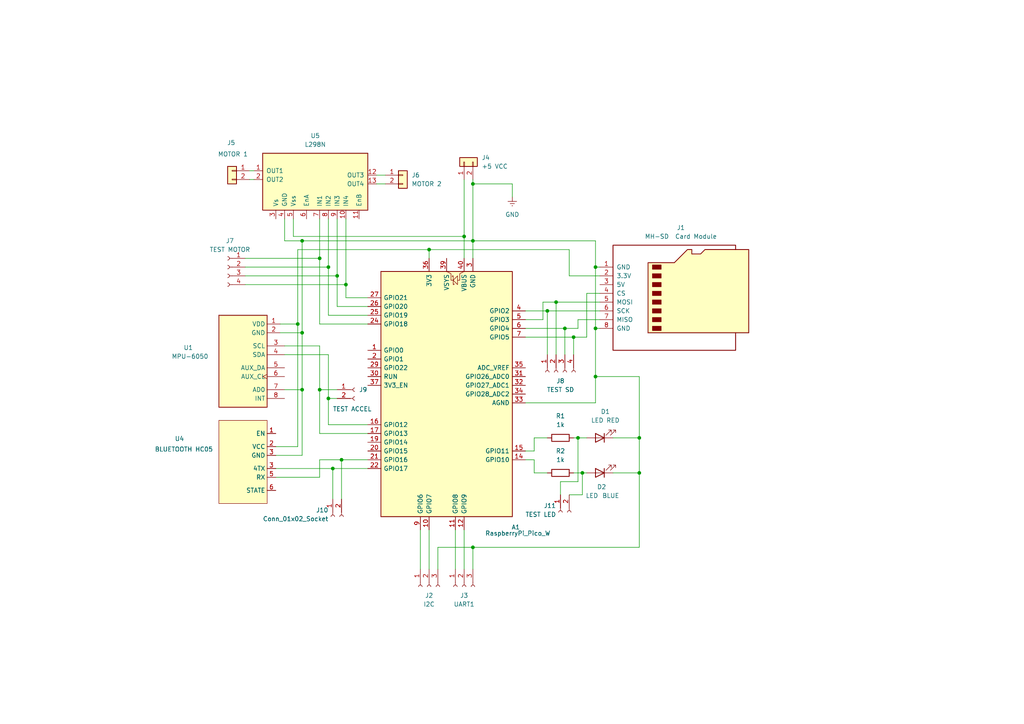
<source format=kicad_sch>
(kicad_sch (version 20250114) (generator "eeschema") (generator_version "9.0")
  (paper "A4")
  (lib_symbols
    (symbol "Connector:Conn_01x02_Socket" (pin_names (offset 1.016) (hide yes))
      (property "Reference" "J" (at 0 2.54 0))
      (property "Value" "Conn_01x02_Socket" (at 0 -5.08 0))
      (symbol "Conn_01x02_Socket_1_1"
        (polyline (pts (xy -1.27 0) (xy -0.508 0)) (stroke (width 0.1524)))
        (polyline (pts (xy -1.27 -2.54) (xy -0.508 -2.54)) (stroke (width 0.1524)))
        (arc (start 0 -0.508) (mid -0.5058 0) (end 0 0.508) (stroke (width 0.1524)))
        (arc (start 0 -3.048) (mid -0.5058 -2.54) (end 0 -2.032) (stroke (width 0.1524)))
        (pin passive line (at -5.08 0 0) (length 3.81) (name "Pin_1") (number "1"))
        (pin passive line (at -5.08 -2.54 0) (length 3.81) (name "Pin_2") (number "2"))
      )
    )
    (symbol "Connector:Conn_01x03_Socket" (pin_names (offset 1.016) (hide yes))
      (property "Reference" "J" (at 0 5.08 0))
      (property "Value" "Conn_01x03_Socket" (at 0 -5.08 0))
      (symbol "Conn_01x03_Socket_1_1"
        (polyline (pts (xy -1.27 2.54) (xy -0.508 2.54)) (stroke (width 0.1524)))
        (polyline (pts (xy -1.27 0) (xy -0.508 0)) (stroke (width 0.1524)))
        (polyline (pts (xy -1.27 -2.54) (xy -0.508 -2.54)) (stroke (width 0.1524)))
        (arc (start 0 2.032) (mid -0.5058 2.54) (end 0 3.048) (stroke (width 0.1524)))
        (arc (start 0 -0.508) (mid -0.5058 0) (end 0 0.508) (stroke (width 0.1524)))
        (arc (start 0 -3.048) (mid -0.5058 -2.54) (end 0 -2.032) (stroke (width 0.1524)))
        (pin passive line (at -5.08 2.54 0) (length 3.81) (name "Pin_1") (number "1"))
        (pin passive line (at -5.08 0 0) (length 3.81) (name "Pin_2") (number "2"))
        (pin passive line (at -5.08 -2.54 0) (length 3.81) (name "Pin_3") (number "3"))
      )
    )
    (symbol "Connector:Conn_01x04_Socket" (pin_names (offset 1.016) (hide yes))
      (property "Reference" "J" (at 0 5.08 0))
      (property "Value" "Conn_01x04_Socket" (at 0 -7.62 0))
      (symbol "Conn_01x04_Socket_1_1"
        (polyline (pts (xy -1.27 2.54) (xy -0.508 2.54)) (stroke (width 0.1524)))
        (polyline (pts (xy -1.27 0) (xy -0.508 0)) (stroke (width 0.1524)))
        (polyline (pts (xy -1.27 -2.54) (xy -0.508 -2.54)) (stroke (width 0.1524)))
        (polyline (pts (xy -1.27 -5.08) (xy -0.508 -5.08)) (stroke (width 0.1524)))
        (arc (start 0 2.032) (mid -0.5058 2.54) (end 0 3.048) (stroke (width 0.1524)))
        (arc (start 0 -0.508) (mid -0.5058 0) (end 0 0.508) (stroke (width 0.1524)))
        (arc (start 0 -3.048) (mid -0.5058 -2.54) (end 0 -2.032) (stroke (width 0.1524)))
        (arc (start 0 -5.588) (mid -0.5058 -5.08) (end 0 -4.572) (stroke (width 0.1524)))
        (pin passive line (at -5.08 2.54 0) (length 3.81) (name "Pin_1") (number "1"))
        (pin passive line (at -5.08 0 0) (length 3.81) (name "Pin_2") (number "2"))
        (pin passive line (at -5.08 -2.54 0) (length 3.81) (name "Pin_3") (number "3"))
        (pin passive line (at -5.08 -5.08 0) (length 3.81) (name "Pin_4") (number "4"))
      )
    )
    (symbol "Connector:Micro_SD_Card" (pin_names (offset 1.016))
      (property "Reference" "J1" (at 0.635 19.05 0))
      (property "Value" "MH-SD  Card Module" (at 0.635 16.51 0))
      (symbol "Micro_SD_Card_0_1"
        (polyline (pts (xy -8.89 -11.43) (xy -8.89 8.89) (xy -1.27 8.89) (xy 2.54 12.7) (xy 3.81 12.7) (xy 3.81 11.43) (xy 6.35 11.43) (xy 7.62 12.7) (xy 20.32 12.7) (xy 20.32 -11.43) (xy -8.89 -11.43)) (stroke (width 0.254)) (fill (type background)))
        (rectangle (start -7.62 8.255) (end -5.08 6.985) (fill (type outline)))
        (rectangle (start -7.62 5.715) (end -5.08 4.445) (fill (type outline)))
        (rectangle (start -7.62 3.175) (end -5.08 1.905) (fill (type outline)))
        (rectangle (start -7.62 0.635) (end -5.08 -0.635) (fill (type outline)))
        (rectangle (start -7.62 -1.905) (end -5.08 -3.175) (fill (type outline)))
        (rectangle (start -7.62 -4.445) (end -5.08 -5.715) (fill (type outline)))
        (rectangle (start -7.62 -6.985) (end -5.08 -8.255) (fill (type outline)))
        (rectangle (start -7.62 -9.525) (end -5.08 -10.795) (fill (type outline)))
        (polyline (pts (xy 16.51 12.7) (xy 16.51 13.97) (xy -19.05 13.97) (xy -19.05 -16.51) (xy 16.51 -16.51) (xy 16.51 -11.43)) (stroke (width 0.254)))
      )
      (symbol "Micro_SD_Card_1_1"
        (pin bidirectional line (at -22.86 7.62 0) (length 3.81) (name "GND") (number "1"))
        (pin bidirectional line (at -22.86 5.08 0) (length 3.81) (name "3.3V") (number "2"))
        (pin input line (at -22.86 2.54 0) (length 3.81) (name "5V") (number "3"))
        (pin power_in line (at -22.86 0 0) (length 3.81) (name "CS") (number "4"))
        (pin input line (at -22.86 -2.54 0) (length 3.81) (name "MOSI") (number "5"))
        (pin power_in line (at -22.86 -5.08 0) (length 3.81) (name "SCK") (number "6"))
        (pin bidirectional line (at -22.86 -7.62 0) (length 3.81) (name "MISO") (number "7"))
        (pin bidirectional line (at -22.86 -10.16 0) (length 3.81) (name "GND") (number "8"))
      )
    )
    (symbol "Connector_Generic:Conn_01x02" (pin_names (offset 1.016) (hide yes))
      (property "Reference" "J" (at 0 2.54 0))
      (property "Value" "Conn_01x02" (at 0 -5.08 0))
      (symbol "Conn_01x02_1_1"
        (rectangle (start -1.27 1.27) (end 1.27 -3.81) (stroke (width 0.254)) (fill (type background)))
        (rectangle (start -1.27 0.127) (end 0 -0.127) (stroke (width 0.1524)))
        (rectangle (start -1.27 -2.413) (end 0 -2.667) (stroke (width 0.1524)))
        (pin passive line (at -5.08 0 0) (length 3.81) (name "Pin_1") (number "1"))
        (pin passive line (at -5.08 -2.54 0) (length 3.81) (name "Pin_2") (number "2"))
      )
    )
    (symbol "Device:LED" (pin_numbers (hide yes)) (pin_names (offset 1.016) (hide yes))
      (property "Reference" "D" (at 0 2.54 0))
      (property "Value" "LED" (at 0 -2.54 0))
      (symbol "LED_0_1"
        (polyline (pts (xy -3.048 -0.762) (xy -4.572 -2.286) (xy -3.81 -2.286) (xy -4.572 -2.286) (xy -4.572 -1.524)))
        (polyline (pts (xy -1.778 -0.762) (xy -3.302 -2.286) (xy -2.54 -2.286) (xy -3.302 -2.286) (xy -3.302 -1.524)))
        (polyline (pts (xy -1.27 0) (xy 1.27 0)))
        (polyline (pts (xy -1.27 -1.27) (xy -1.27 1.27)) (stroke (width 0.254)))
        (polyline (pts (xy 1.27 -1.27) (xy 1.27 1.27) (xy -1.27 0) (xy 1.27 -1.27)) (stroke (width 0.254)))
      )
      (symbol "LED_1_1"
        (pin passive line (at -3.81 0 0) (length 2.54) (name "K") (number "1"))
        (pin passive line (at 3.81 0 180) (length 2.54) (name "A") (number "2"))
      )
    )
    (symbol "Device:R" (pin_numbers (hide yes)) (pin_names (offset 0))
      (property "Reference" "R" (at 2.032 0 90))
      (property "Value" "R" (at 0 0 90))
      (symbol "R_0_1"
        (rectangle (start -1.016 -2.54) (end 1.016 2.54) (stroke (width 0.254)))
      )
      (symbol "R_1_1"
        (pin passive line (at 0 3.81 270) (length 1.27) (name "~") (number "1"))
        (pin passive line (at 0 -3.81 90) (length 1.27) (name "~") (number "2"))
      )
    )
    (symbol "Driver_Motor:L298N" (pin_names (offset 1.016))
      (property "Reference" "U5" (at 0 6.35 0))
      (property "Value" "L298N" (at 0 3.81 0))
      (symbol "L298N_0_1"
        (rectangle (start -15.24 1.27) (end 15.24 -15.24) (stroke (width 0.254)) (fill (type background)))
      )
      (symbol "L298N_1_1"
        (pin output line (at -17.78 -3.81 0) (length 2.54) (name "OUT1") (number "1"))
        (pin output line (at -17.78 -6.35 0) (length 2.54) (name "OUT2") (number "2"))
        (pin power_in line (at -11.43 -17.78 90) (length 2.54) (name "Vs") (number "3"))
        (pin power_in line (at -8.89 -17.78 90) (length 2.54) (name "GND") (number "4"))
        (pin power_in line (at -6.35 -17.78 90) (length 2.54) (name "Vss") (number "5"))
        (pin input line (at -2.54 -17.78 90) (length 2.54) (name "EnA") (number "6"))
        (pin input line (at 1.27 -17.78 90) (length 2.54) (name "IN1") (number "7"))
        (pin input line (at 3.81 -17.78 90) (length 2.54) (name "IN2") (number "8"))
        (pin input line (at 6.35 -17.78 90) (length 2.54) (name "IN3") (number "9"))
        (pin input line (at 8.89 -17.78 90) (length 2.54) (name "IN4") (number "10"))
        (pin input line (at 12.7 -17.78 90) (length 2.54) (name "EnB") (number "11"))
        (pin output line (at 17.78 -5.08 180) (length 2.54) (name "OUT3") (number "12"))
        (pin output line (at 17.78 -7.62 180) (length 2.54) (name "OUT4") (number "13"))
      )
    )
    (symbol "HC-05:Bluetooh_HC05"
      (property "Reference" "U4" (at 26.67 -4.064 0))
      (property "Value" "BLUETOOTH HC05" (at 25.4 -7.112 0))
      (symbol "Bluetooh_HC05_1_1"
        (rectangle (start 1.27 1.27) (end 15.24 -22.86) (fill (type background)))
        (pin input line (at -1.27 -2.54 0) (length 2.54) (name "EN") (number "1"))
        (pin input line (at -1.27 -6.35 0) (length 2.54) (name "VCC") (number "2"))
        (pin input line (at -1.27 -8.89 0) (length 2.54) (name "GND") (number "3"))
        (pin input line (at -1.27 -12.7 0) (length 2.54) (name "4TX") (number "3"))
        (pin input line (at -1.27 -15.24 0) (length 2.54) (name "RX") (number "5"))
        (pin input line (at -1.27 -19.05 0) (length 2.54) (name "STATE") (number "6"))
      )
    )
    (symbol "MCU_Module_RaspberryPi_Pico:RaspberryPi_Pico_W" (pin_names (offset 0.762))
      (property "Reference" "A1" (at 18.796 -37.338 0))
      (property "Value" "RaspberryPi_Pico_W" (at 11.176 -39.116 0))
      (symbol "RaspberryPi_Pico_W_0_1"
        (rectangle (start -19.05 36.83) (end 19.05 -34.29) (stroke (width 0.254)) (fill (type background)))
        (polyline (pts (xy 0 36.83) (xy 1.27 36.195) (xy 1.27 34.29) (xy 1.905 34.29)))
        (polyline (pts (xy 1.651 35.306) (xy 1.651 35.56) (xy 1.905 35.56) (xy 1.905 33.02) (xy 2.159 33.02) (xy 2.159 33.274)))
        (polyline (pts (xy 1.905 34.29) (xy 3.175 35.56) (xy 3.175 33.02) (xy 1.905 34.29)))
        (polyline (pts (xy 5.08 36.83) (xy 3.81 36.195) (xy 3.81 34.29) (xy 3.175 34.29)))
      )
      (symbol "RaspberryPi_Pico_W_1_1"
        (pin bidirectional line (at -22.86 29.21 0) (length 3.81) (name "GPIO21") (number "27"))
        (pin bidirectional line (at -22.86 26.67 0) (length 3.81) (name "GPIO20") (number "26"))
        (pin bidirectional line (at -22.86 24.13 0) (length 3.81) (name "GPIO19") (number "25"))
        (pin bidirectional line (at -22.86 21.59 0) (length 3.81) (name "GPIO18") (number "24"))
        (pin bidirectional line (at -22.86 13.97 0) (length 3.81) (name "GPIO0") (number "1"))
        (pin bidirectional line (at -22.86 11.43 0) (length 3.81) (name "GPIO1") (number "2"))
        (pin bidirectional line (at -22.86 8.89 0) (length 3.81) (name "GPIO22") (number "29"))
        (pin input line (at -22.86 6.35 0) (length 3.81) (name "RUN") (number "30"))
        (pin input line (at -22.86 3.81 0) (length 3.81) (name "3V3_EN") (number "37"))
        (pin bidirectional line (at -22.86 -7.62 0) (length 3.81) (name "GPIO12") (number "16"))
        (pin bidirectional line (at -22.86 -10.16 0) (length 3.81) (name "GPIO13") (number "17"))
        (pin bidirectional line (at -22.86 -12.7 0) (length 3.81) (name "GPIO14") (number "19"))
        (pin bidirectional line (at -22.86 -15.24 0) (length 3.81) (name "GPIO15") (number "20"))
        (pin bidirectional line (at -22.86 -17.78 0) (length 3.81) (name "GPIO16") (number "21"))
        (pin bidirectional line (at -22.86 -20.32 0) (length 3.81) (name "GPIO17") (number "22"))
        (pin bidirectional line (at -7.62 -38.1 90) (length 3.81) (name "GPIO6") (number "9"))
        (pin power_out line (at -5.08 40.64 270) (length 3.81) (name "3V3") (number "36"))
        (pin bidirectional line (at -5.08 -38.1 90) (length 3.81) (name "GPIO7") (number "10"))
        (pin power_in line (at 0 40.64 270) (length 3.81) (name "VSYS") (number "39"))
        (pin bidirectional line (at 2.54 -38.1 90) (length 3.81) (name "GPIO8") (number "11"))
        (pin power_out line (at 5.08 40.64 270) (length 3.81) (name "VBUS") (number "40"))
        (pin bidirectional line (at 5.08 -38.1 90) (length 3.81) (name "GPIO9") (number "12"))
        (pin passive line (at 7.62 40.64 270) (length 3.81) (hide yes) (name "GND") (number "18"))
        (pin passive line (at 7.62 40.64 270) (length 3.81) (hide yes) (name "GND") (number "23"))
        (pin passive line (at 7.62 40.64 270) (length 3.81) (hide yes) (name "GND") (number "28"))
        (pin power_out line (at 7.62 40.64 270) (length 3.81) (name "GND") (number "3"))
        (pin passive line (at 7.62 40.64 270) (length 3.81) (hide yes) (name "GND") (number "38"))
        (pin passive line (at 7.62 40.64 270) (length 3.81) (hide yes) (name "GND") (number "8"))
        (pin bidirectional line (at 22.86 25.4 180) (length 3.81) (name "GPIO2") (number "4"))
        (pin bidirectional line (at 22.86 22.86 180) (length 3.81) (name "GPIO3") (number "5"))
        (pin bidirectional line (at 22.86 20.32 180) (length 3.81) (name "GPIO4") (number "6"))
        (pin bidirectional line (at 22.86 17.78 180) (length 3.81) (name "GPIO5") (number "7"))
        (pin power_in line (at 22.86 8.89 180) (length 3.81) (name "ADC_VREF") (number "35"))
        (pin bidirectional line (at 22.86 6.35 180) (length 3.81) (name "GPIO26_ADC0") (number "31"))
        (pin bidirectional line (at 22.86 3.81 180) (length 3.81) (name "GPIO27_ADC1") (number "32"))
        (pin bidirectional line (at 22.86 1.27 180) (length 3.81) (name "GPIO28_ADC2") (number "34"))
        (pin power_out line (at 22.86 -1.27 180) (length 3.81) (name "AGND") (number "33"))
        (pin bidirectional line (at 22.86 -15.24 180) (length 3.81) (name "GPIO11") (number "15"))
        (pin bidirectional line (at 22.86 -17.78 180) (length 3.81) (name "GPIO10") (number "14"))
      )
    )
    (symbol "Sensor_Motion:MPU-6050"
      (property "Reference" "U1" (at 49.53 47.752 0))
      (property "Value" "MPU-6050" (at 50.038 45.212 0))
      (symbol "MPU-6050_0_1"
        (rectangle (start 58.42 57.15) (end 72.39 30.48) (stroke (width 0.254)) (fill (type background)))
      )
      (symbol "MPU-6050_1_1"
        (pin power_in line (at 76.2 54.61 180) (length 3.81) (name "VDD") (number "1"))
        (pin power_in line (at 76.2 52.07 180) (length 3.81) (name "GND") (number "2"))
        (pin input line (at 77.47 48.26 180) (length 5.08) (name "SCL") (number "3"))
        (pin bidirectional line (at 77.47 45.72 180) (length 5.08) (name "SDA") (number "4"))
        (pin bidirectional line (at 77.47 41.91 180) (length 5.08) (name "AUX_DA") (number "5"))
        (pin output clock (at 77.47 39.37 180) (length 5.08) (name "AUX_CL") (number "6"))
        (pin input line (at 77.47 35.56 180) (length 5.08) (name "AD0") (number "7"))
        (pin output line (at 77.47 33.02 180) (length 5.08) (name "INT") (number "8"))
      )
    )
    (symbol "power:Earth" (power) (pin_numbers (hide yes)) (pin_names (offset 0) (hide yes))
      (property "Value" "Earth" (at 0 -3.81 0))
      (symbol "Earth_0_1"
        (polyline (pts (xy -0.635 -1.905) (xy 0.635 -1.905)))
        (polyline (pts (xy -0.127 -2.54) (xy 0.127 -2.54)))
        (polyline (pts (xy 0 -1.27) (xy 0 0)))
        (polyline (pts (xy 1.27 -1.27) (xy -1.27 -1.27)))
      )
      (symbol "Earth_1_1"
        (pin power_in line (at 0 0 270) (length 0) (name "~") (number "1"))
      )
    )
  )
  (junction (at 161.29 87.63))
  (junction (at 87.63 96.52))
  (junction (at 95.25 115.57))
  (junction (at 185.42 137.16))
  (junction (at 97.79 80.01))
  (junction (at 172.72 95.25))
  (junction (at 168.91 137.16))
  (junction (at 163.83 95.25))
  (junction (at 99.06 133.35))
  (junction (at 87.63 113.03))
  (junction (at 96.52 135.89))
  (junction (at 92.71 113.03))
  (junction (at 172.72 109.22))
  (junction (at 86.36 93.98))
  (junction (at 137.16 158.75))
  (junction (at 100.33 82.55))
  (junction (at 166.37 97.79))
  (junction (at 137.16 53.34))
  (junction (at 172.72 77.47))
  (junction (at 167.64 127))
  (junction (at 87.63 69.85))
  (junction (at 185.42 127))
  (junction (at 92.71 74.93))
  (junction (at 158.75 90.17))
  (junction (at 95.25 77.47))
  (junction (at 124.46 72.39))
  (junction (at 134.62 68.58))
  (junction (at 137.16 69.85))
  (wire (pts (xy 161.29 87.63) (xy 161.29 102.87)))
  (wire (pts (xy 72.39 49.53) (xy 73.66 49.53)))
  (wire (pts (xy 172.72 95.25) (xy 172.72 109.22)))
  (wire (pts (xy 185.42 158.75) (xy 185.42 137.16)))
  (wire (pts (xy 166.37 97.79) (xy 166.37 102.87)))
  (wire (pts (xy 106.68 91.44) (xy 95.25 91.44)))
  (wire (pts (xy 167.64 127) (xy 170.18 127)))
  (wire (pts (xy 80.01 135.89) (xy 96.52 135.89)))
  (wire (pts (xy 86.36 72.39) (xy 86.36 93.98)))
  (wire (pts (xy 152.4 116.84) (xy 172.72 116.84)))
  (wire (pts (xy 109.22 53.34) (xy 111.76 53.34)))
  (wire (pts (xy 82.55 69.85) (xy 87.63 69.85)))
  (wire (pts (xy 161.29 87.63) (xy 173.99 87.63)))
  (wire (pts (xy 154.94 130.81) (xy 154.94 127)))
  (wire (pts (xy 81.28 93.98) (xy 86.36 93.98)))
  (wire (pts (xy 163.83 95.25) (xy 167.64 95.25)))
  (wire (pts (xy 166.37 127) (xy 167.64 127)))
  (wire (pts (xy 134.62 74.93) (xy 134.62 68.58)))
  (wire (pts (xy 152.4 90.17) (xy 158.75 90.17)))
  (wire (pts (xy 177.8 127) (xy 185.42 127)))
  (wire (pts (xy 121.92 153.67) (xy 121.92 165.1)))
  (wire (pts (xy 157.48 87.63) (xy 157.48 92.71)))
  (wire (pts (xy 106.68 125.73) (xy 92.71 125.73)))
  (wire (pts (xy 168.91 137.16) (xy 170.18 137.16)))
  (wire (pts (xy 158.75 90.17) (xy 158.75 102.87)))
  (wire (pts (xy 80.01 132.08) (xy 87.63 132.08)))
  (wire (pts (xy 185.42 109.22) (xy 172.72 109.22)))
  (wire (pts (xy 95.25 77.47) (xy 95.25 63.5)))
  (wire (pts (xy 157.48 92.71) (xy 152.4 92.71)))
  (wire (pts (xy 87.63 96.52) (xy 87.63 113.03)))
  (wire (pts (xy 137.16 53.34) (xy 137.16 69.85)))
  (wire (pts (xy 132.08 153.67) (xy 132.08 165.1)))
  (wire (pts (xy 162.56 143.51) (xy 162.56 139.7)))
  (wire (pts (xy 167.64 95.25) (xy 167.64 92.71)))
  (wire (pts (xy 85.09 63.5) (xy 85.09 68.58)))
  (wire (pts (xy 168.91 143.51) (xy 168.91 137.16)))
  (wire (pts (xy 95.25 123.19) (xy 106.68 123.19)))
  (wire (pts (xy 165.1 72.39) (xy 124.46 72.39)))
  (wire (pts (xy 166.37 97.79) (xy 152.4 97.79)))
  (wire (pts (xy 167.64 139.7) (xy 167.64 127)))
  (wire (pts (xy 163.83 95.25) (xy 163.83 102.87)))
  (wire (pts (xy 71.12 82.55) (xy 100.33 82.55)))
  (wire (pts (xy 137.16 158.75) (xy 185.42 158.75)))
  (wire (pts (xy 172.72 95.25) (xy 172.72 77.47)))
  (wire (pts (xy 173.99 95.25) (xy 172.72 95.25)))
  (wire (pts (xy 71.12 80.01) (xy 97.79 80.01)))
  (wire (pts (xy 92.71 113.03) (xy 97.79 113.03)))
  (wire (pts (xy 99.06 133.35) (xy 106.68 133.35)))
  (wire (pts (xy 137.16 69.85) (xy 172.72 69.85)))
  (wire (pts (xy 172.72 77.47) (xy 172.72 69.85)))
  (wire (pts (xy 124.46 72.39) (xy 124.46 74.93)))
  (wire (pts (xy 152.4 130.81) (xy 154.94 130.81)))
  (wire (pts (xy 177.8 137.16) (xy 185.42 137.16)))
  (wire (pts (xy 109.22 50.8) (xy 111.76 50.8)))
  (wire (pts (xy 154.94 127) (xy 158.75 127)))
  (wire (pts (xy 86.36 93.98) (xy 86.36 129.54)))
  (wire (pts (xy 85.09 68.58) (xy 134.62 68.58)))
  (wire (pts (xy 72.39 52.07) (xy 73.66 52.07)))
  (wire (pts (xy 137.16 165.1) (xy 137.16 158.75)))
  (wire (pts (xy 137.16 52.07) (xy 137.16 53.34)))
  (wire (pts (xy 92.71 125.73) (xy 92.71 113.03)))
  (wire (pts (xy 134.62 68.58) (xy 134.62 52.07)))
  (wire (pts (xy 154.94 137.16) (xy 158.75 137.16)))
  (wire (pts (xy 154.94 133.35) (xy 154.94 137.16)))
  (wire (pts (xy 87.63 113.03) (xy 87.63 132.08)))
  (wire (pts (xy 96.52 135.89) (xy 96.52 144.78)))
  (wire (pts (xy 166.37 137.16) (xy 168.91 137.16)))
  (wire (pts (xy 134.62 153.67) (xy 134.62 165.1)))
  (wire (pts (xy 87.63 69.85) (xy 137.16 69.85)))
  (wire (pts (xy 82.55 63.5) (xy 82.55 69.85)))
  (wire (pts (xy 185.42 127) (xy 185.42 109.22)))
  (wire (pts (xy 173.99 80.01) (xy 165.1 80.01)))
  (wire (pts (xy 148.59 57.15) (xy 148.59 53.34)))
  (wire (pts (xy 95.25 102.87) (xy 95.25 115.57)))
  (wire (pts (xy 71.12 77.47) (xy 95.25 77.47)))
  (wire (pts (xy 124.46 72.39) (xy 86.36 72.39)))
  (wire (pts (xy 82.55 113.03) (xy 87.63 113.03)))
  (wire (pts (xy 137.16 69.85) (xy 137.16 74.93)))
  (wire (pts (xy 81.28 96.52) (xy 87.63 96.52)))
  (wire (pts (xy 97.79 80.01) (xy 97.79 63.5)))
  (wire (pts (xy 92.71 113.03) (xy 92.71 100.33)))
  (wire (pts (xy 92.71 138.43) (xy 92.71 133.35)))
  (wire (pts (xy 99.06 133.35) (xy 99.06 144.78)))
  (wire (pts (xy 127 165.1) (xy 127 158.75)))
  (wire (pts (xy 95.25 91.44) (xy 95.25 77.47)))
  (wire (pts (xy 158.75 90.17) (xy 173.99 90.17)))
  (wire (pts (xy 124.46 153.67) (xy 124.46 165.1)))
  (wire (pts (xy 173.99 85.09) (xy 170.18 85.09)))
  (wire (pts (xy 80.01 138.43) (xy 92.71 138.43)))
  (wire (pts (xy 172.72 116.84) (xy 172.72 109.22)))
  (wire (pts (xy 165.1 143.51) (xy 168.91 143.51)))
  (wire (pts (xy 172.72 77.47) (xy 173.99 77.47)))
  (wire (pts (xy 152.4 95.25) (xy 163.83 95.25)))
  (wire (pts (xy 127 158.75) (xy 137.16 158.75)))
  (wire (pts (xy 106.68 88.9) (xy 97.79 88.9)))
  (wire (pts (xy 92.71 93.98) (xy 92.71 74.93)))
  (wire (pts (xy 157.48 87.63) (xy 161.29 87.63)))
  (wire (pts (xy 185.42 137.16) (xy 185.42 127)))
  (wire (pts (xy 100.33 86.36) (xy 100.33 82.55)))
  (wire (pts (xy 154.94 133.35) (xy 152.4 133.35)))
  (wire (pts (xy 96.52 135.89) (xy 106.68 135.89)))
  (wire (pts (xy 92.71 133.35) (xy 99.06 133.35)))
  (wire (pts (xy 82.55 102.87) (xy 95.25 102.87)))
  (wire (pts (xy 97.79 88.9) (xy 97.79 80.01)))
  (wire (pts (xy 167.64 92.71) (xy 173.99 92.71)))
  (wire (pts (xy 95.25 115.57) (xy 97.79 115.57)))
  (wire (pts (xy 165.1 80.01) (xy 165.1 72.39)))
  (wire (pts (xy 170.18 97.79) (xy 166.37 97.79)))
  (wire (pts (xy 87.63 69.85) (xy 87.63 96.52)))
  (wire (pts (xy 71.12 74.93) (xy 92.71 74.93)))
  (wire (pts (xy 95.25 115.57) (xy 95.25 123.19)))
  (wire (pts (xy 100.33 82.55) (xy 100.33 63.5)))
  (wire (pts (xy 137.16 53.34) (xy 148.59 53.34)))
  (wire (pts (xy 106.68 93.98) (xy 92.71 93.98)))
  (wire (pts (xy 80.01 129.54) (xy 86.36 129.54)))
  (wire (pts (xy 106.68 86.36) (xy 100.33 86.36)))
  (wire (pts (xy 92.71 100.33) (xy 82.55 100.33)))
  (wire (pts (xy 92.71 74.93) (xy 92.71 63.5)))
  (wire (pts (xy 170.18 85.09) (xy 170.18 97.79)))
  (wire (pts (xy 162.56 139.7) (xy 167.64 139.7)))
  (symbol (lib_id "Connector_Generic:Conn_01x02") (at 134.62 46.99 90) (unit 1)
    (property "Reference" "J4" (at 139.7 45.7199 90) (effects (justify right)))
    (property "Value" "+5 VCC" (at 139.7 48.2599 90) (effects (justify right)))
    (property "Description" "Generic connector, single row, 01x02, script generated (kicad-library-utils/schlib/autogen/connector/)" (effects (hide yes)))
  )
  (symbol (lib_id "Connector:Conn_01x03_Socket") (at 124.46 170.18 90) (mirror x) (unit 1)
    (property "Reference" "J2" (at 124.46 172.72 90))
    (property "Value" "I2C" (at 124.46 175.26 90))
    (property "Description" "Generic connector, single row, 01x03, script generated" (effects (hide yes)))
  )
  (symbol (lib_id "Connector_Generic:Conn_01x02") (at 116.84 50.8 0) (unit 1)
    (property "Reference" "J6" (at 119.38 50.7999 0) (effects (justify left)))
    (property "Value" "MOTOR 2" (at 119.38 53.3399 0) (effects (justify left)))
    (property "Description" "Generic connector, single row, 01x02, script generated (kicad-library-utils/schlib/autogen/connector/)" (effects (hide yes)))
  )
  (symbol (lib_id "Connector:Conn_01x04_Socket") (at 161.29 107.95 90) (mirror x) (unit 1)
    (property "Reference" "J8" (at 162.56 110.49 90))
    (property "Value" "TEST SD" (at 162.56 113.03 90))
    (property "Description" "Generic connector, single row, 01x04, script generated" (effects (hide yes)))
  )
  (symbol (lib_id "Connector:Conn_01x02_Socket") (at 102.87 113.03 0) (unit 1)
    (property "Reference" "J9" (at 104.14 113.0299 0) (effects (justify left)))
    (property "Value" "TEST ACCEL" (at 96.52 118.618 0) (effects (justify left)))
    (property "Description" "Generic connector, single row, 01x02, script generated" (effects (hide yes)))
  )
  (symbol (lib_id "Connector:Conn_01x03_Socket") (at 134.62 170.18 90) (mirror x) (unit 1)
    (property "Reference" "J3" (at 134.62 172.72 90))
    (property "Value" "UART1" (at 134.62 175.26 90))
    (property "Description" "Generic connector, single row, 01x03, script generated" (effects (hide yes)))
  )
  (symbol (lib_id "MCU_Module_RaspberryPi_Pico:RaspberryPi_Pico_W") (at 129.54 115.57 0) (unit 1)
    (property "Reference" "A1" (at 148.336 152.908 0) (effects (justify left)))
    (property "Value" "RaspberryPi_Pico_W" (at 140.716 154.686 0) (effects (justify left)))
    (property "Footprint" "Module_RaspberryPi_Pico:RaspberryPi_Pico_Common" (effects (hide yes)))
    (property "Datasheet" "https://datasheets.raspberrypi.com/picow/pico-w-datasheet.pdf" (effects (hide yes)))
    (property "Description" "Versatile and inexpensive wireless microcontroller module powered by RP2040 dual-core Arm Cortex-M0+ processor up to 133 MHz, 264kB SRAM, 2MB QSPI flash, Infineon CYW43439 2.4GHz 802.11n wireless LAN" (effects (hide yes)))
  )
  (symbol (lib_id "Sensor_Motion:MPU-6050") (at 5.08 148.59 0) (unit 1)
    (property "Reference" "U1" (at 54.61 100.838 0))
    (property "Value" "MPU-6050" (at 55.118 103.378 0))
    (property "Footprint" "Sensor_Motion:InvenSense_QFN-24_4x4mm_P0.5mm" (effects (hide yes)))
    (property "Datasheet" "https://invensense.tdk.com/wp-content/uploads/2015/02/MPU-6000-Datasheet1.pdf" (effects (hide yes)))
    (property "Description" "InvenSense 6-Axis Motion Sensor, Gyroscope, Accelerometer, I2C" (effects (hide yes)))
  )
  (symbol (lib_id "Connector:Micro_SD_Card") (at 196.85 85.09 0) (unit 1)
    (property "Reference" "J1" (at 197.485 66.04 0))
    (property "Value" "MH-SD  Card Module" (at 197.485 68.58 0))
    (property "Datasheet" "https://www.we-online.com/components/products/datasheet/693072010801.pdf" (effects (hide yes)))
    (property "Description" "Micro SD Card Socket" (effects (hide yes)))
  )
  (symbol (lib_id "Connector:Conn_01x02_Socket") (at 96.52 149.86 90) (mirror x) (unit 1)
    (property "Reference" "J10" (at 95.25 147.9549 90) (effects (justify left)))
    (property "Value" "Conn_01x02_Socket" (at 95.25 150.4949 90) (effects (justify left)))
    (property "Description" "Generic connector, single row, 01x02, script generated" (effects (hide yes)))
  )
  (symbol (lib_id "Connector:Conn_01x04_Socket") (at 66.04 77.47 0) (mirror y) (unit 1)
    (property "Reference" "J7" (at 66.675 69.85 0))
    (property "Value" "TEST MOTOR" (at 66.675 72.39 0))
    (property "Description" "Generic connector, single row, 01x04, script generated" (effects (hide yes)))
  )
  (symbol (lib_id "HC-05:Bluetooh_HC05") (at 78.74 123.19 0) (mirror y) (unit 1)
    (property "Reference" "U4" (at 52.07 127.254 0))
    (property "Value" "BLUETOOTH HC05" (at 53.34 130.302 0))
  )
  (symbol (lib_id "Device:R") (at 162.56 127 90) (unit 1)
    (property "Reference" "R1" (at 162.56 120.65 90))
    (property "Value" "1k" (at 162.56 123.19 90))
    (property "Description" "Resistor" (effects (hide yes)))
  )
  (symbol (lib_id "Device:LED") (at 173.99 137.16 180) (unit 1)
    (property "Reference" "D2" (at 174.498 141.224 0))
    (property "Value" "LED	BLUE" (at 174.752 143.764 0))
    (property "Description" "Light emitting diode" (effects (hide yes)))
    (property "Sim.Pins" "1=K 2=A" (effects (hide yes)))
  )
  (symbol (lib_id "Connector_Generic:Conn_01x02") (at 67.31 49.53 0) (mirror y) (unit 1)
    (property "Reference" "J5" (at 67.056 41.402 0))
    (property "Value" "MOTOR 1" (at 67.564 44.704 0))
    (property "Description" "Generic connector, single row, 01x02, script generated (kicad-library-utils/schlib/autogen/connector/)" (effects (hide yes)))
  )
  (symbol (lib_id "Device:R") (at 162.56 137.16 90) (unit 1)
    (property "Reference" "R2" (at 162.56 130.81 90))
    (property "Value" "1k" (at 162.56 133.35 90))
    (property "Description" "Resistor" (effects (hide yes)))
  )
  (symbol (lib_id "Device:LED") (at 173.99 127 180) (unit 1)
    (property "Reference" "D1" (at 175.5775 119.38 0))
    (property "Value" "LED RED" (at 175.5775 121.92 0))
    (property "Description" "Light emitting diode" (effects (hide yes)))
    (property "Sim.Pins" "1=K 2=A" (effects (hide yes)))
  )
  (symbol (lib_id "Driver_Motor:L298N") (at 91.44 45.72 0) (unit 1)
    (property "Reference" "U5" (at 91.44 39.37 0))
    (property "Value" "L298N" (at 91.44 41.91 0))
    (property "Footprint" "Package_TO_SOT_THT:TO-220-15_P2.54x2.54mm_StaggerOdd_Lead4.58mm_Vertical" (effects (hide yes)))
    (property "Datasheet" "http://www.st.com/st-web-ui/static/active/en/resource/technical/document/datasheet/CD00000240.pdf" (effects (hide yes)))
    (property "Description" "Dual full bridge motor driver, up to 46V, 4A, Multiwatt15-V" (effects (hide yes)))
  )
  (symbol (lib_id "Connector:Conn_01x02_Socket") (at 162.56 148.59 90) (mirror x) (unit 1)
    (property "Reference" "J11" (at 161.29 146.6849 90) (effects (justify left)))
    (property "Value" "TEST LED" (at 161.29 149.2249 90) (effects (justify left)))
    (property "Description" "Generic connector, single row, 01x02, script generated" (effects (hide yes)))
  )
  (symbol (lib_id "power:Earth") (at 148.59 57.15 0) (unit 1)
    (property "Reference" "#PWR02" (effects (hide yes)))
    (property "Value" "GND" (at 148.59 62.23 0))
    (property "Description" "Power symbol creates a global label with name \"Earth\"" (effects (hide yes)))
  )
)
</source>
